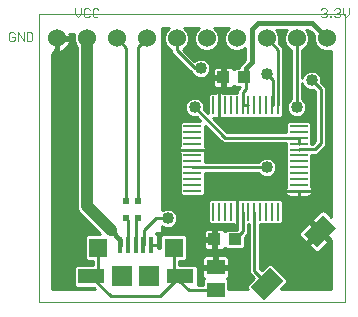
<source format=gtl>
G75*
%MOIN*%
%OFA0B0*%
%FSLAX25Y25*%
%IPPOS*%
%LPD*%
%AMOC8*
5,1,8,0,0,1.08239X$1,22.5*
%
%ADD10C,0.00000*%
%ADD11C,0.00300*%
%ADD12R,0.04331X0.03937*%
%ADD13R,0.01575X0.05315*%
%ADD14R,0.07087X0.07087*%
%ADD15R,0.09055X0.05118*%
%ADD16R,0.06299X0.06299*%
%ADD17R,0.05906X0.05118*%
%ADD18R,0.09055X0.06299*%
%ADD19R,0.01969X0.01969*%
%ADD20R,0.05906X0.00800*%
%ADD21R,0.00800X0.05906*%
%ADD22C,0.06000*%
%ADD23C,0.01000*%
%ADD24C,0.01600*%
%ADD25C,0.04000*%
%ADD26C,0.04000*%
D10*
X0032500Y0026500D02*
X0032500Y0122500D01*
X0134500Y0122500D01*
X0134500Y0026500D01*
X0032500Y0026500D01*
D11*
X0029994Y0113650D02*
X0028543Y0113650D01*
X0028543Y0116552D01*
X0029994Y0116552D01*
X0030478Y0116069D01*
X0030478Y0114134D01*
X0029994Y0113650D01*
X0027531Y0113650D02*
X0027531Y0116552D01*
X0025597Y0116552D02*
X0025597Y0113650D01*
X0024585Y0114134D02*
X0024585Y0115101D01*
X0023617Y0115101D01*
X0022650Y0114134D02*
X0023134Y0113650D01*
X0024101Y0113650D01*
X0024585Y0114134D01*
X0024585Y0116069D02*
X0024101Y0116552D01*
X0023134Y0116552D01*
X0022650Y0116069D01*
X0022650Y0114134D01*
X0025597Y0116552D02*
X0027531Y0113650D01*
X0044650Y0122617D02*
X0045617Y0121650D01*
X0046585Y0122617D01*
X0046585Y0124552D01*
X0047597Y0124069D02*
X0047597Y0122134D01*
X0048080Y0121650D01*
X0049048Y0121650D01*
X0049531Y0122134D01*
X0050543Y0122134D02*
X0050543Y0124069D01*
X0051027Y0124552D01*
X0051994Y0124552D01*
X0052478Y0124069D01*
X0052478Y0122134D02*
X0051994Y0121650D01*
X0051027Y0121650D01*
X0050543Y0122134D01*
X0049531Y0124069D02*
X0049048Y0124552D01*
X0048080Y0124552D01*
X0047597Y0124069D01*
X0044650Y0124552D02*
X0044650Y0122617D01*
X0126650Y0122134D02*
X0127134Y0121650D01*
X0128101Y0121650D01*
X0128585Y0122134D01*
X0128585Y0122617D01*
X0128101Y0123101D01*
X0127617Y0123101D01*
X0128101Y0123101D02*
X0128585Y0123585D01*
X0128585Y0124069D01*
X0128101Y0124552D01*
X0127134Y0124552D01*
X0126650Y0124069D01*
X0129597Y0122134D02*
X0130080Y0122134D01*
X0130080Y0121650D01*
X0129597Y0121650D01*
X0129597Y0122134D01*
X0131070Y0122134D02*
X0131554Y0121650D01*
X0132521Y0121650D01*
X0133005Y0122134D01*
X0133005Y0122617D01*
X0132521Y0123101D01*
X0132037Y0123101D01*
X0132521Y0123101D02*
X0133005Y0123585D01*
X0133005Y0124069D01*
X0132521Y0124552D01*
X0131554Y0124552D01*
X0131070Y0124069D01*
X0134016Y0124552D02*
X0134016Y0122617D01*
X0134984Y0121650D01*
X0135951Y0122617D01*
X0135951Y0124552D01*
D12*
X0100846Y0101500D03*
X0094154Y0101500D03*
X0091154Y0047500D03*
X0097846Y0047500D03*
D13*
X0070018Y0045642D03*
X0067459Y0045642D03*
X0064900Y0045642D03*
X0062341Y0045642D03*
X0059782Y0045642D03*
D14*
X0060372Y0035209D03*
X0069428Y0035209D03*
D15*
X0079664Y0035209D03*
X0050136Y0035209D03*
D16*
X0052302Y0044795D03*
X0077498Y0044795D03*
D17*
X0091500Y0038240D03*
X0091500Y0030760D03*
D18*
G36*
X0114158Y0033705D02*
X0107757Y0027304D01*
X0103304Y0031757D01*
X0109705Y0038158D01*
X0114158Y0033705D01*
G37*
G36*
X0131696Y0051243D02*
X0125295Y0044842D01*
X0120842Y0049295D01*
X0127243Y0055696D01*
X0131696Y0051243D01*
G37*
D19*
X0065669Y0054744D03*
X0061731Y0054744D03*
X0061731Y0060256D03*
X0065669Y0060256D03*
D20*
X0083783Y0063673D03*
X0083783Y0065642D03*
X0083783Y0067610D03*
X0083783Y0069579D03*
X0083783Y0071547D03*
X0083783Y0073516D03*
X0083783Y0075484D03*
X0083783Y0077453D03*
X0083783Y0079421D03*
X0083783Y0081390D03*
X0083783Y0083358D03*
X0083783Y0085327D03*
X0119217Y0085327D03*
X0119217Y0083358D03*
X0119217Y0081390D03*
X0119217Y0079421D03*
X0119217Y0077453D03*
X0119217Y0075484D03*
X0119217Y0073516D03*
X0119217Y0071547D03*
X0119217Y0069579D03*
X0119217Y0067610D03*
X0119217Y0065642D03*
X0119217Y0063673D03*
D21*
X0112327Y0056783D03*
X0110358Y0056783D03*
X0108390Y0056783D03*
X0106421Y0056783D03*
X0104453Y0056783D03*
X0102484Y0056783D03*
X0100516Y0056783D03*
X0098547Y0056783D03*
X0096579Y0056783D03*
X0094610Y0056783D03*
X0092642Y0056783D03*
X0090673Y0056783D03*
X0090673Y0092217D03*
X0092642Y0092217D03*
X0094610Y0092217D03*
X0096579Y0092217D03*
X0098547Y0092217D03*
X0100516Y0092217D03*
X0102484Y0092217D03*
X0104453Y0092217D03*
X0106421Y0092217D03*
X0108390Y0092217D03*
X0110358Y0092217D03*
X0112327Y0092217D03*
D22*
X0108500Y0114500D03*
X0118500Y0114500D03*
X0128500Y0114500D03*
X0098500Y0114500D03*
X0088500Y0114500D03*
X0078500Y0114500D03*
X0068500Y0114500D03*
X0058500Y0114500D03*
X0048500Y0114500D03*
X0038500Y0114500D03*
D23*
X0038500Y0101500D01*
X0042500Y0097500D01*
X0045200Y0097394D02*
X0037000Y0097394D01*
X0037000Y0096396D02*
X0045200Y0096396D01*
X0045200Y0095397D02*
X0037000Y0095397D01*
X0037000Y0094399D02*
X0045200Y0094399D01*
X0045200Y0093400D02*
X0037000Y0093400D01*
X0037000Y0092402D02*
X0045200Y0092402D01*
X0045200Y0091403D02*
X0037000Y0091403D01*
X0037000Y0090405D02*
X0045200Y0090405D01*
X0045200Y0089406D02*
X0037000Y0089406D01*
X0037000Y0088408D02*
X0045200Y0088408D01*
X0045200Y0087409D02*
X0037000Y0087409D01*
X0037000Y0086411D02*
X0045200Y0086411D01*
X0045200Y0085412D02*
X0037000Y0085412D01*
X0037000Y0084414D02*
X0045200Y0084414D01*
X0045200Y0083415D02*
X0037000Y0083415D01*
X0037000Y0082417D02*
X0045200Y0082417D01*
X0045200Y0081418D02*
X0037000Y0081418D01*
X0037000Y0080420D02*
X0045200Y0080420D01*
X0045200Y0079421D02*
X0037000Y0079421D01*
X0037000Y0078423D02*
X0045200Y0078423D01*
X0045200Y0077424D02*
X0037000Y0077424D01*
X0037000Y0076426D02*
X0045200Y0076426D01*
X0045200Y0075427D02*
X0037000Y0075427D01*
X0037000Y0074429D02*
X0045200Y0074429D01*
X0045200Y0073430D02*
X0037000Y0073430D01*
X0037000Y0072432D02*
X0045200Y0072432D01*
X0045200Y0071433D02*
X0037000Y0071433D01*
X0037000Y0070434D02*
X0045200Y0070434D01*
X0045200Y0069436D02*
X0037000Y0069436D01*
X0037000Y0068437D02*
X0045200Y0068437D01*
X0045200Y0067439D02*
X0037000Y0067439D01*
X0037000Y0066440D02*
X0045200Y0066440D01*
X0045200Y0065442D02*
X0037000Y0065442D01*
X0037000Y0064443D02*
X0045200Y0064443D01*
X0045200Y0063445D02*
X0037000Y0063445D01*
X0037000Y0062446D02*
X0045200Y0062446D01*
X0045200Y0061448D02*
X0037000Y0061448D01*
X0037000Y0060449D02*
X0045200Y0060449D01*
X0045200Y0059451D02*
X0037000Y0059451D01*
X0037000Y0058452D02*
X0045200Y0058452D01*
X0045200Y0057844D02*
X0045702Y0056631D01*
X0053088Y0049245D01*
X0048613Y0049245D01*
X0047852Y0048483D01*
X0047852Y0041107D01*
X0048613Y0040346D01*
X0050502Y0040346D01*
X0050502Y0039068D01*
X0045070Y0039068D01*
X0044309Y0038306D01*
X0044309Y0032111D01*
X0045070Y0031350D01*
X0051105Y0031350D01*
X0051454Y0031000D01*
X0037000Y0031000D01*
X0037000Y0109241D01*
X0037135Y0109376D01*
X0037365Y0109645D01*
X0037572Y0109931D01*
X0037661Y0110077D01*
X0038000Y0110023D01*
X0038000Y0110747D01*
X0038053Y0110875D01*
X0038162Y0111211D01*
X0038245Y0111555D01*
X0038300Y0111904D01*
X0038328Y0112257D01*
X0038328Y0114000D01*
X0039000Y0114000D01*
X0039000Y0115000D01*
X0042977Y0115000D01*
X0042889Y0115554D01*
X0042749Y0115986D01*
X0042904Y0115961D01*
X0043257Y0115933D01*
X0044439Y0115933D01*
X0044200Y0115355D01*
X0044200Y0113645D01*
X0044855Y0112064D01*
X0045200Y0111719D01*
X0045200Y0057844D01*
X0045361Y0057454D02*
X0037000Y0057454D01*
X0037000Y0056455D02*
X0045878Y0056455D01*
X0046876Y0055457D02*
X0037000Y0055457D01*
X0037000Y0054458D02*
X0047875Y0054458D01*
X0048873Y0053460D02*
X0037000Y0053460D01*
X0037000Y0052461D02*
X0049872Y0052461D01*
X0050870Y0051463D02*
X0037000Y0051463D01*
X0037000Y0050464D02*
X0051869Y0050464D01*
X0052867Y0049466D02*
X0037000Y0049466D01*
X0037000Y0048467D02*
X0047852Y0048467D01*
X0047852Y0047469D02*
X0037000Y0047469D01*
X0037000Y0046470D02*
X0047852Y0046470D01*
X0047852Y0045472D02*
X0037000Y0045472D01*
X0037000Y0044473D02*
X0047852Y0044473D01*
X0047852Y0043475D02*
X0037000Y0043475D01*
X0037000Y0042476D02*
X0047852Y0042476D01*
X0047852Y0041478D02*
X0037000Y0041478D01*
X0037000Y0040479D02*
X0048480Y0040479D01*
X0050502Y0039481D02*
X0037000Y0039481D01*
X0037000Y0038482D02*
X0044485Y0038482D01*
X0044309Y0037484D02*
X0037000Y0037484D01*
X0037000Y0036485D02*
X0044309Y0036485D01*
X0044309Y0035487D02*
X0037000Y0035487D01*
X0037000Y0034488D02*
X0044309Y0034488D01*
X0044309Y0033490D02*
X0037000Y0033490D01*
X0037000Y0032491D02*
X0044309Y0032491D01*
X0044927Y0031493D02*
X0037000Y0031493D01*
X0050136Y0034864D02*
X0056500Y0028500D01*
X0072955Y0028500D01*
X0079664Y0035209D01*
X0077498Y0037374D01*
X0077498Y0044795D01*
X0073049Y0044500D02*
X0073049Y0048483D01*
X0073810Y0049245D01*
X0081187Y0049245D01*
X0081948Y0048483D01*
X0081948Y0041107D01*
X0081187Y0040346D01*
X0079298Y0040346D01*
X0079298Y0039068D01*
X0084730Y0039068D01*
X0085491Y0038306D01*
X0085491Y0032300D01*
X0087247Y0032300D01*
X0087247Y0033857D01*
X0087781Y0034391D01*
X0087626Y0034481D01*
X0087347Y0034760D01*
X0087149Y0035102D01*
X0087047Y0035484D01*
X0087047Y0037740D01*
X0091000Y0037740D01*
X0091000Y0038740D01*
X0087047Y0038740D01*
X0087047Y0040997D01*
X0087149Y0041378D01*
X0087347Y0041720D01*
X0087626Y0041999D01*
X0087968Y0042197D01*
X0088350Y0042299D01*
X0091000Y0042299D01*
X0091000Y0038740D01*
X0092000Y0038740D01*
X0095953Y0038740D01*
X0095953Y0040997D01*
X0095851Y0041378D01*
X0095653Y0041720D01*
X0095374Y0041999D01*
X0095032Y0042197D01*
X0094650Y0042299D01*
X0092000Y0042299D01*
X0092000Y0038740D01*
X0092000Y0037740D01*
X0095953Y0037740D01*
X0095953Y0035484D01*
X0095851Y0035102D01*
X0095653Y0034760D01*
X0095374Y0034481D01*
X0095219Y0034391D01*
X0095753Y0033857D01*
X0095753Y0031000D01*
X0102220Y0031000D01*
X0102002Y0031218D01*
X0102002Y0032295D01*
X0104312Y0034604D01*
X0102653Y0036263D01*
X0102653Y0052531D01*
X0102316Y0052531D01*
X0102316Y0049424D01*
X0101312Y0048420D01*
X0101312Y0044993D01*
X0100550Y0044231D01*
X0095143Y0044231D01*
X0094609Y0044765D01*
X0094519Y0044610D01*
X0094240Y0044331D01*
X0093898Y0044134D01*
X0093516Y0044031D01*
X0091638Y0044031D01*
X0091638Y0047016D01*
X0090669Y0047016D01*
X0087488Y0047016D01*
X0087488Y0045334D01*
X0087590Y0044953D01*
X0087788Y0044610D01*
X0088067Y0044331D01*
X0088409Y0044134D01*
X0088791Y0044031D01*
X0090669Y0044031D01*
X0090669Y0047016D01*
X0090669Y0047984D01*
X0087488Y0047984D01*
X0087488Y0049666D01*
X0087590Y0050047D01*
X0087788Y0050390D01*
X0088067Y0050669D01*
X0088409Y0050866D01*
X0088791Y0050968D01*
X0090669Y0050968D01*
X0090669Y0047984D01*
X0091638Y0047984D01*
X0091638Y0050968D01*
X0093516Y0050968D01*
X0093898Y0050866D01*
X0094240Y0050669D01*
X0094519Y0050390D01*
X0094609Y0050235D01*
X0095143Y0050768D01*
X0098569Y0050768D01*
X0098716Y0050915D01*
X0098716Y0052331D01*
X0098547Y0052331D01*
X0098547Y0056783D01*
X0098547Y0056783D01*
X0098547Y0052331D01*
X0097950Y0052331D01*
X0097568Y0052433D01*
X0097399Y0052531D01*
X0095640Y0052531D01*
X0095594Y0052576D01*
X0095549Y0052531D01*
X0093672Y0052531D01*
X0093626Y0052576D01*
X0093580Y0052531D01*
X0091703Y0052531D01*
X0091657Y0052576D01*
X0091612Y0052531D01*
X0089735Y0052531D01*
X0088973Y0053292D01*
X0088973Y0060275D01*
X0089735Y0061036D01*
X0091612Y0061036D01*
X0091657Y0060990D01*
X0091703Y0061036D01*
X0093580Y0061036D01*
X0093626Y0060990D01*
X0093672Y0061036D01*
X0095549Y0061036D01*
X0095594Y0060990D01*
X0095640Y0061036D01*
X0097399Y0061036D01*
X0097568Y0061134D01*
X0097950Y0061236D01*
X0098547Y0061236D01*
X0098547Y0056784D01*
X0098547Y0056784D01*
X0098547Y0061236D01*
X0099145Y0061236D01*
X0099526Y0061134D01*
X0099696Y0061036D01*
X0101454Y0061036D01*
X0101500Y0060990D01*
X0101546Y0061036D01*
X0103423Y0061036D01*
X0103468Y0060990D01*
X0103514Y0061036D01*
X0105391Y0061036D01*
X0105437Y0060990D01*
X0105483Y0061036D01*
X0107360Y0061036D01*
X0107405Y0060990D01*
X0107451Y0061036D01*
X0109328Y0061036D01*
X0109374Y0060990D01*
X0109420Y0061036D01*
X0111297Y0061036D01*
X0111343Y0060990D01*
X0111388Y0061036D01*
X0113265Y0061036D01*
X0114027Y0060275D01*
X0114027Y0053292D01*
X0113265Y0052531D01*
X0111388Y0052531D01*
X0111343Y0052576D01*
X0111297Y0052531D01*
X0109420Y0052531D01*
X0109374Y0052576D01*
X0109328Y0052531D01*
X0107451Y0052531D01*
X0107405Y0052576D01*
X0107360Y0052531D01*
X0106253Y0052531D01*
X0106253Y0037754D01*
X0106857Y0037150D01*
X0109167Y0039459D01*
X0110244Y0039459D01*
X0115459Y0034244D01*
X0115459Y0033167D01*
X0113293Y0031000D01*
X0130000Y0031000D01*
X0130000Y0047424D01*
X0129911Y0047335D01*
X0126976Y0050269D01*
X0126269Y0049562D01*
X0122361Y0045654D01*
X0124374Y0043640D01*
X0124716Y0043443D01*
X0125097Y0043341D01*
X0125492Y0043341D01*
X0125874Y0043443D01*
X0126216Y0043640D01*
X0129203Y0046628D01*
X0126269Y0049562D01*
X0125562Y0050269D01*
X0121654Y0046361D01*
X0119640Y0048374D01*
X0119443Y0048716D01*
X0119341Y0049097D01*
X0119341Y0049492D01*
X0119443Y0049874D01*
X0119640Y0050216D01*
X0122628Y0053203D01*
X0125562Y0050269D01*
X0126269Y0050976D01*
X0123335Y0053911D01*
X0126323Y0056898D01*
X0126665Y0057096D01*
X0127046Y0057198D01*
X0127441Y0057198D01*
X0127823Y0057096D01*
X0128165Y0056898D01*
X0130000Y0055063D01*
X0130000Y0110467D01*
X0129355Y0110200D01*
X0127645Y0110200D01*
X0126064Y0110855D01*
X0124855Y0112064D01*
X0124200Y0113645D01*
X0124200Y0115355D01*
X0124339Y0115691D01*
X0123785Y0116245D01*
X0123548Y0116344D01*
X0123233Y0116504D01*
X0122931Y0116689D01*
X0122645Y0116897D01*
X0122376Y0117126D01*
X0122126Y0117376D01*
X0122106Y0117400D01*
X0121681Y0117400D01*
X0122145Y0116936D01*
X0122800Y0115355D01*
X0122800Y0113645D01*
X0122145Y0112064D01*
X0120936Y0110855D01*
X0120300Y0110591D01*
X0120300Y0101398D01*
X0120702Y0102369D01*
X0121631Y0103298D01*
X0122844Y0103800D01*
X0124156Y0103800D01*
X0125369Y0103298D01*
X0126298Y0102369D01*
X0126800Y0101156D01*
X0126800Y0099844D01*
X0126771Y0099774D01*
X0128300Y0098246D01*
X0128300Y0078754D01*
X0127246Y0077700D01*
X0125246Y0075700D01*
X0123469Y0075700D01*
X0123469Y0074546D01*
X0123423Y0074500D01*
X0123469Y0074454D01*
X0123469Y0072577D01*
X0123423Y0072531D01*
X0123469Y0072486D01*
X0123469Y0070609D01*
X0123423Y0070563D01*
X0123469Y0070517D01*
X0123469Y0068640D01*
X0123423Y0068594D01*
X0123469Y0068549D01*
X0123469Y0066672D01*
X0123423Y0066626D01*
X0123469Y0066580D01*
X0123469Y0064822D01*
X0123567Y0064652D01*
X0123669Y0064271D01*
X0123669Y0063673D01*
X0119217Y0063673D01*
X0119217Y0063673D01*
X0119217Y0061773D01*
X0122367Y0061773D01*
X0122748Y0061875D01*
X0123090Y0062073D01*
X0123370Y0062352D01*
X0123567Y0062694D01*
X0123669Y0063076D01*
X0123669Y0063673D01*
X0119217Y0063673D01*
X0119216Y0063673D01*
X0114764Y0063673D01*
X0114764Y0063076D01*
X0114866Y0062694D01*
X0115063Y0062352D01*
X0115343Y0062073D01*
X0115685Y0061875D01*
X0116066Y0061773D01*
X0119216Y0061773D01*
X0119216Y0063673D01*
X0119216Y0063673D01*
X0114764Y0063673D01*
X0114764Y0064271D01*
X0114866Y0064652D01*
X0114964Y0064822D01*
X0114964Y0066580D01*
X0115010Y0066626D01*
X0114964Y0066672D01*
X0114964Y0068549D01*
X0115010Y0068594D01*
X0114964Y0068640D01*
X0114964Y0070517D01*
X0115010Y0070563D01*
X0114964Y0070609D01*
X0114964Y0072486D01*
X0115010Y0072531D01*
X0114964Y0072577D01*
X0114964Y0074454D01*
X0115010Y0074500D01*
X0114964Y0074546D01*
X0114964Y0076423D01*
X0115010Y0076468D01*
X0114964Y0076514D01*
X0114964Y0078391D01*
X0115010Y0078437D01*
X0114964Y0078483D01*
X0114964Y0079590D01*
X0093865Y0079590D01*
X0088036Y0085418D01*
X0088036Y0084388D01*
X0087990Y0084343D01*
X0088036Y0084297D01*
X0088036Y0082420D01*
X0087990Y0082374D01*
X0088036Y0082328D01*
X0088036Y0080451D01*
X0087990Y0080405D01*
X0088036Y0080360D01*
X0088036Y0078601D01*
X0088134Y0078432D01*
X0088236Y0078050D01*
X0088236Y0077453D01*
X0083784Y0077453D01*
X0083784Y0077453D01*
X0088236Y0077453D01*
X0088236Y0076855D01*
X0088134Y0076474D01*
X0088036Y0076304D01*
X0088036Y0074546D01*
X0087990Y0074500D01*
X0088036Y0074454D01*
X0088036Y0073347D01*
X0105693Y0073347D01*
X0105702Y0073369D01*
X0106631Y0074298D01*
X0107844Y0074800D01*
X0109156Y0074800D01*
X0110369Y0074298D01*
X0111298Y0073369D01*
X0111800Y0072156D01*
X0111800Y0070844D01*
X0111298Y0069631D01*
X0110369Y0068702D01*
X0109156Y0068200D01*
X0107844Y0068200D01*
X0106631Y0068702D01*
X0105702Y0069631D01*
X0105654Y0069747D01*
X0088036Y0069747D01*
X0088036Y0068640D01*
X0087990Y0068594D01*
X0088036Y0068549D01*
X0088036Y0066672D01*
X0087990Y0066626D01*
X0088036Y0066580D01*
X0088036Y0064703D01*
X0087990Y0064657D01*
X0088036Y0064612D01*
X0088036Y0062735D01*
X0087275Y0061973D01*
X0080292Y0061973D01*
X0079531Y0062735D01*
X0079531Y0064612D01*
X0079576Y0064657D01*
X0079531Y0064703D01*
X0079531Y0066580D01*
X0079576Y0066626D01*
X0079531Y0066672D01*
X0079531Y0068549D01*
X0079576Y0068594D01*
X0079531Y0068640D01*
X0079531Y0070517D01*
X0079576Y0070563D01*
X0079531Y0070609D01*
X0079531Y0072486D01*
X0079576Y0072531D01*
X0079531Y0072577D01*
X0079531Y0074454D01*
X0079576Y0074500D01*
X0079531Y0074546D01*
X0079531Y0076304D01*
X0079433Y0076474D01*
X0079331Y0076855D01*
X0079331Y0077453D01*
X0083783Y0077453D01*
X0083783Y0077453D01*
X0079331Y0077453D01*
X0079331Y0078050D01*
X0079433Y0078432D01*
X0079531Y0078601D01*
X0079531Y0080360D01*
X0079576Y0080405D01*
X0079531Y0080451D01*
X0079531Y0082328D01*
X0079576Y0082374D01*
X0079531Y0082420D01*
X0079531Y0084297D01*
X0079576Y0084343D01*
X0079531Y0084388D01*
X0079531Y0086265D01*
X0080292Y0087027D01*
X0086428Y0087027D01*
X0085226Y0088229D01*
X0085156Y0088200D01*
X0083844Y0088200D01*
X0082631Y0088702D01*
X0081702Y0089631D01*
X0081200Y0090844D01*
X0081200Y0092156D01*
X0081702Y0093369D01*
X0082631Y0094298D01*
X0083844Y0094800D01*
X0085156Y0094800D01*
X0086369Y0094298D01*
X0087298Y0093369D01*
X0087800Y0092156D01*
X0087800Y0090844D01*
X0087771Y0090774D01*
X0088973Y0089572D01*
X0088973Y0095708D01*
X0089735Y0096469D01*
X0091493Y0096469D01*
X0091663Y0096567D01*
X0092044Y0096669D01*
X0092642Y0096669D01*
X0092642Y0092217D01*
X0092642Y0092217D01*
X0092642Y0096669D01*
X0093239Y0096669D01*
X0093621Y0096567D01*
X0093790Y0096469D01*
X0095549Y0096469D01*
X0095594Y0096423D01*
X0095640Y0096469D01*
X0097517Y0096469D01*
X0097563Y0096423D01*
X0097609Y0096469D01*
X0098716Y0096469D01*
X0098716Y0097261D01*
X0099686Y0098231D01*
X0098143Y0098231D01*
X0097609Y0098765D01*
X0097519Y0098610D01*
X0097240Y0098331D01*
X0096898Y0098134D01*
X0096516Y0098031D01*
X0094638Y0098031D01*
X0094638Y0101016D01*
X0093669Y0101016D01*
X0090488Y0101016D01*
X0090488Y0099334D01*
X0090590Y0098953D01*
X0090788Y0098610D01*
X0091067Y0098331D01*
X0091409Y0098134D01*
X0091791Y0098031D01*
X0093669Y0098031D01*
X0093669Y0101016D01*
X0093669Y0101984D01*
X0090488Y0101984D01*
X0090488Y0103666D01*
X0090590Y0104047D01*
X0090788Y0104390D01*
X0091067Y0104669D01*
X0091409Y0104866D01*
X0091791Y0104968D01*
X0093669Y0104968D01*
X0093669Y0101984D01*
X0094638Y0101984D01*
X0094638Y0104968D01*
X0096516Y0104968D01*
X0096898Y0104866D01*
X0097240Y0104669D01*
X0097519Y0104390D01*
X0097609Y0104235D01*
X0098143Y0104768D01*
X0099400Y0104768D01*
X0099400Y0105370D01*
X0101400Y0107370D01*
X0101400Y0111319D01*
X0100936Y0110855D01*
X0099355Y0110200D01*
X0097645Y0110200D01*
X0096064Y0110855D01*
X0094855Y0112064D01*
X0094200Y0113645D01*
X0094200Y0115355D01*
X0094855Y0116936D01*
X0095919Y0118000D01*
X0091081Y0118000D01*
X0092145Y0116936D01*
X0092800Y0115355D01*
X0092800Y0113645D01*
X0092145Y0112064D01*
X0090936Y0110855D01*
X0089355Y0110200D01*
X0087645Y0110200D01*
X0086064Y0110855D01*
X0084855Y0112064D01*
X0084200Y0113645D01*
X0084200Y0115355D01*
X0084855Y0116936D01*
X0085919Y0118000D01*
X0081081Y0118000D01*
X0082145Y0116936D01*
X0082800Y0115355D01*
X0082800Y0113645D01*
X0082145Y0112064D01*
X0080936Y0110855D01*
X0080763Y0110783D01*
X0084439Y0107106D01*
X0084631Y0107298D01*
X0085844Y0107800D01*
X0087156Y0107800D01*
X0088369Y0107298D01*
X0089298Y0106369D01*
X0089800Y0105156D01*
X0089800Y0103844D01*
X0089298Y0102631D01*
X0088369Y0101702D01*
X0087156Y0101200D01*
X0085844Y0101200D01*
X0084631Y0101702D01*
X0083702Y0102631D01*
X0083617Y0102838D01*
X0077754Y0108700D01*
X0076700Y0109754D01*
X0076700Y0110591D01*
X0076064Y0110855D01*
X0074855Y0112064D01*
X0074200Y0113645D01*
X0074200Y0115355D01*
X0074855Y0116936D01*
X0075919Y0118000D01*
X0073500Y0118000D01*
X0073500Y0057167D01*
X0073631Y0057298D01*
X0074844Y0057800D01*
X0076156Y0057800D01*
X0077369Y0057298D01*
X0078298Y0056369D01*
X0078800Y0055156D01*
X0078800Y0053844D01*
X0078298Y0052631D01*
X0077369Y0051702D01*
X0076156Y0051200D01*
X0074844Y0051200D01*
X0073631Y0051702D01*
X0073500Y0051833D01*
X0073500Y0050086D01*
X0072914Y0049500D01*
X0071726Y0049500D01*
X0071727Y0049499D01*
X0072006Y0049220D01*
X0072203Y0048878D01*
X0072305Y0048497D01*
X0072305Y0045642D01*
X0070018Y0045642D01*
X0070018Y0045642D01*
X0072305Y0045642D01*
X0072305Y0044500D01*
X0073049Y0044500D01*
X0073049Y0045472D02*
X0072305Y0045472D01*
X0072305Y0046470D02*
X0073049Y0046470D01*
X0073049Y0047469D02*
X0072305Y0047469D01*
X0072305Y0048467D02*
X0073049Y0048467D01*
X0071760Y0049466D02*
X0087488Y0049466D01*
X0087488Y0048467D02*
X0081948Y0048467D01*
X0081948Y0047469D02*
X0090669Y0047469D01*
X0090669Y0048467D02*
X0091638Y0048467D01*
X0091638Y0049466D02*
X0090669Y0049466D01*
X0090669Y0050464D02*
X0091638Y0050464D01*
X0094444Y0050464D02*
X0094838Y0050464D01*
X0097519Y0052461D02*
X0078128Y0052461D01*
X0078641Y0053460D02*
X0088973Y0053460D01*
X0088973Y0054458D02*
X0078800Y0054458D01*
X0078676Y0055457D02*
X0088973Y0055457D01*
X0088973Y0056455D02*
X0078212Y0056455D01*
X0076992Y0057454D02*
X0088973Y0057454D01*
X0088973Y0058452D02*
X0073500Y0058452D01*
X0073500Y0057454D02*
X0074008Y0057454D01*
X0073500Y0059451D02*
X0088973Y0059451D01*
X0089148Y0060449D02*
X0073500Y0060449D01*
X0073500Y0061448D02*
X0130000Y0061448D01*
X0130000Y0062446D02*
X0123424Y0062446D01*
X0123669Y0063445D02*
X0130000Y0063445D01*
X0130000Y0064443D02*
X0123623Y0064443D01*
X0123469Y0065442D02*
X0130000Y0065442D01*
X0130000Y0066440D02*
X0123469Y0066440D01*
X0123469Y0067439D02*
X0130000Y0067439D01*
X0130000Y0068437D02*
X0123469Y0068437D01*
X0123469Y0069436D02*
X0130000Y0069436D01*
X0130000Y0070434D02*
X0123469Y0070434D01*
X0123469Y0071433D02*
X0130000Y0071433D01*
X0130000Y0072432D02*
X0123469Y0072432D01*
X0123469Y0073430D02*
X0130000Y0073430D01*
X0130000Y0074429D02*
X0123469Y0074429D01*
X0123469Y0075427D02*
X0130000Y0075427D01*
X0130000Y0076426D02*
X0125971Y0076426D01*
X0126970Y0077424D02*
X0130000Y0077424D01*
X0130000Y0078423D02*
X0127968Y0078423D01*
X0128300Y0079421D02*
X0130000Y0079421D01*
X0130000Y0080420D02*
X0128300Y0080420D01*
X0128300Y0081418D02*
X0130000Y0081418D01*
X0130000Y0082417D02*
X0128300Y0082417D01*
X0128300Y0083415D02*
X0130000Y0083415D01*
X0130000Y0084414D02*
X0128300Y0084414D01*
X0128300Y0085412D02*
X0130000Y0085412D01*
X0130000Y0086411D02*
X0128300Y0086411D01*
X0128300Y0087409D02*
X0130000Y0087409D01*
X0130000Y0088408D02*
X0128300Y0088408D01*
X0128300Y0089406D02*
X0130000Y0089406D01*
X0130000Y0090405D02*
X0128300Y0090405D01*
X0128300Y0091403D02*
X0130000Y0091403D01*
X0130000Y0092402D02*
X0128300Y0092402D01*
X0128300Y0093400D02*
X0130000Y0093400D01*
X0130000Y0094399D02*
X0128300Y0094399D01*
X0128300Y0095397D02*
X0130000Y0095397D01*
X0130000Y0096396D02*
X0128300Y0096396D01*
X0128300Y0097394D02*
X0130000Y0097394D01*
X0130000Y0098393D02*
X0128153Y0098393D01*
X0127154Y0099391D02*
X0130000Y0099391D01*
X0130000Y0100390D02*
X0126800Y0100390D01*
X0126704Y0101388D02*
X0130000Y0101388D01*
X0130000Y0102387D02*
X0126280Y0102387D01*
X0125157Y0103385D02*
X0130000Y0103385D01*
X0130000Y0104384D02*
X0120300Y0104384D01*
X0120300Y0105382D02*
X0130000Y0105382D01*
X0130000Y0106381D02*
X0120300Y0106381D01*
X0120300Y0107379D02*
X0130000Y0107379D01*
X0130000Y0108378D02*
X0120300Y0108378D01*
X0120300Y0109376D02*
X0130000Y0109376D01*
X0130000Y0110375D02*
X0129778Y0110375D01*
X0127222Y0110375D02*
X0120300Y0110375D01*
X0121455Y0111373D02*
X0125545Y0111373D01*
X0124727Y0112372D02*
X0122273Y0112372D01*
X0122686Y0113370D02*
X0124314Y0113370D01*
X0124200Y0114369D02*
X0122800Y0114369D01*
X0122795Y0115368D02*
X0124205Y0115368D01*
X0123504Y0116366D02*
X0122381Y0116366D01*
X0122138Y0117365D02*
X0121717Y0117365D01*
X0118500Y0114500D02*
X0118500Y0091500D01*
X0121800Y0091403D02*
X0124700Y0091403D01*
X0124700Y0090405D02*
X0121618Y0090405D01*
X0121800Y0090844D02*
X0121800Y0092156D01*
X0121298Y0093369D01*
X0120369Y0094298D01*
X0120300Y0094326D01*
X0120300Y0099602D01*
X0120702Y0098631D01*
X0121631Y0097702D01*
X0122844Y0097200D01*
X0124156Y0097200D01*
X0124226Y0097229D01*
X0124700Y0096754D01*
X0124700Y0080246D01*
X0123754Y0079300D01*
X0123469Y0079300D01*
X0123469Y0080360D01*
X0123423Y0080405D01*
X0123469Y0080451D01*
X0123469Y0082328D01*
X0123423Y0082374D01*
X0123469Y0082420D01*
X0123469Y0084297D01*
X0123423Y0084343D01*
X0123469Y0084388D01*
X0123469Y0086265D01*
X0122708Y0087027D01*
X0115725Y0087027D01*
X0114964Y0086265D01*
X0114964Y0084388D01*
X0115010Y0084343D01*
X0114964Y0084297D01*
X0114964Y0083190D01*
X0095356Y0083190D01*
X0090582Y0087964D01*
X0091493Y0087964D01*
X0091663Y0087866D01*
X0092044Y0087764D01*
X0092642Y0087764D01*
X0093239Y0087764D01*
X0093621Y0087866D01*
X0093790Y0087964D01*
X0095549Y0087964D01*
X0095594Y0088010D01*
X0095640Y0087964D01*
X0097517Y0087964D01*
X0097563Y0088010D01*
X0097609Y0087964D01*
X0099486Y0087964D01*
X0099531Y0088010D01*
X0099577Y0087964D01*
X0101454Y0087964D01*
X0101500Y0088010D01*
X0101546Y0087964D01*
X0103423Y0087964D01*
X0103468Y0088010D01*
X0103514Y0087964D01*
X0105391Y0087964D01*
X0105437Y0088010D01*
X0105483Y0087964D01*
X0107360Y0087964D01*
X0107405Y0088010D01*
X0107451Y0087964D01*
X0109328Y0087964D01*
X0109374Y0088010D01*
X0109420Y0087964D01*
X0111297Y0087964D01*
X0111343Y0088010D01*
X0111388Y0087964D01*
X0113265Y0087964D01*
X0114027Y0088725D01*
X0114027Y0091371D01*
X0114127Y0091471D01*
X0114127Y0111419D01*
X0112537Y0113009D01*
X0112800Y0113645D01*
X0112800Y0115355D01*
X0112145Y0116936D01*
X0111681Y0117400D01*
X0115319Y0117400D01*
X0114855Y0116936D01*
X0114200Y0115355D01*
X0114200Y0113645D01*
X0114855Y0112064D01*
X0116064Y0110855D01*
X0116700Y0110591D01*
X0116700Y0094326D01*
X0116631Y0094298D01*
X0115702Y0093369D01*
X0115200Y0092156D01*
X0115200Y0090844D01*
X0115702Y0089631D01*
X0116631Y0088702D01*
X0117844Y0088200D01*
X0119156Y0088200D01*
X0120369Y0088702D01*
X0121298Y0089631D01*
X0121800Y0090844D01*
X0121698Y0092402D02*
X0124700Y0092402D01*
X0124700Y0093400D02*
X0121267Y0093400D01*
X0120300Y0094399D02*
X0124700Y0094399D01*
X0124700Y0095397D02*
X0120300Y0095397D01*
X0120300Y0096396D02*
X0124700Y0096396D01*
X0126500Y0097500D02*
X0123500Y0100500D01*
X0120940Y0098393D02*
X0120300Y0098393D01*
X0120300Y0099391D02*
X0120387Y0099391D01*
X0120300Y0097394D02*
X0122374Y0097394D01*
X0126500Y0097500D02*
X0126500Y0079500D01*
X0124500Y0077500D01*
X0119264Y0077500D01*
X0119217Y0077453D01*
X0119217Y0079421D02*
X0119217Y0081390D01*
X0094610Y0081390D01*
X0084500Y0091500D01*
X0087800Y0091403D02*
X0088973Y0091403D01*
X0088973Y0090405D02*
X0088141Y0090405D01*
X0087698Y0092402D02*
X0088973Y0092402D01*
X0088973Y0093400D02*
X0087267Y0093400D01*
X0086125Y0094399D02*
X0088973Y0094399D01*
X0088973Y0095397D02*
X0073500Y0095397D01*
X0073500Y0094399D02*
X0082875Y0094399D01*
X0081733Y0093400D02*
X0073500Y0093400D01*
X0073500Y0092402D02*
X0081302Y0092402D01*
X0081200Y0091403D02*
X0073500Y0091403D01*
X0073500Y0090405D02*
X0081382Y0090405D01*
X0081927Y0089406D02*
X0073500Y0089406D01*
X0073500Y0088408D02*
X0083342Y0088408D01*
X0086045Y0087409D02*
X0073500Y0087409D01*
X0073500Y0086411D02*
X0079676Y0086411D01*
X0079531Y0085412D02*
X0073500Y0085412D01*
X0073500Y0084414D02*
X0079531Y0084414D01*
X0079531Y0083415D02*
X0073500Y0083415D01*
X0073500Y0082417D02*
X0079534Y0082417D01*
X0079531Y0081418D02*
X0073500Y0081418D01*
X0073500Y0080420D02*
X0079562Y0080420D01*
X0079531Y0079421D02*
X0073500Y0079421D01*
X0073500Y0078423D02*
X0079430Y0078423D01*
X0079331Y0077424D02*
X0073500Y0077424D01*
X0073500Y0076426D02*
X0079461Y0076426D01*
X0079531Y0075427D02*
X0073500Y0075427D01*
X0073500Y0074429D02*
X0079531Y0074429D01*
X0079531Y0073430D02*
X0073500Y0073430D01*
X0073500Y0072432D02*
X0079531Y0072432D01*
X0079531Y0071433D02*
X0073500Y0071433D01*
X0073500Y0070434D02*
X0079531Y0070434D01*
X0079531Y0069436D02*
X0073500Y0069436D01*
X0073500Y0068437D02*
X0079531Y0068437D01*
X0079531Y0067439D02*
X0073500Y0067439D01*
X0073500Y0066440D02*
X0079531Y0066440D01*
X0079531Y0065442D02*
X0073500Y0065442D01*
X0073500Y0064443D02*
X0079531Y0064443D01*
X0079531Y0063445D02*
X0073500Y0063445D01*
X0073500Y0062446D02*
X0079819Y0062446D01*
X0087748Y0062446D02*
X0115009Y0062446D01*
X0114764Y0063445D02*
X0088036Y0063445D01*
X0088036Y0064443D02*
X0114810Y0064443D01*
X0114964Y0065442D02*
X0088036Y0065442D01*
X0088036Y0066440D02*
X0114964Y0066440D01*
X0114964Y0067439D02*
X0088036Y0067439D01*
X0088036Y0068437D02*
X0107270Y0068437D01*
X0105897Y0069436D02*
X0088036Y0069436D01*
X0088036Y0073430D02*
X0105763Y0073430D01*
X0106947Y0074429D02*
X0088036Y0074429D01*
X0088036Y0075427D02*
X0114964Y0075427D01*
X0114964Y0074429D02*
X0110053Y0074429D01*
X0111237Y0073430D02*
X0114964Y0073430D01*
X0114964Y0072432D02*
X0111686Y0072432D01*
X0111800Y0071433D02*
X0114964Y0071433D01*
X0114964Y0070434D02*
X0111631Y0070434D01*
X0111103Y0069436D02*
X0114964Y0069436D01*
X0114964Y0068437D02*
X0109730Y0068437D01*
X0108500Y0071500D02*
X0108453Y0071547D01*
X0083783Y0071547D01*
X0088106Y0076426D02*
X0114967Y0076426D01*
X0114964Y0077424D02*
X0088236Y0077424D01*
X0088136Y0078423D02*
X0114995Y0078423D01*
X0114964Y0079421D02*
X0088036Y0079421D01*
X0088005Y0080420D02*
X0093035Y0080420D01*
X0092036Y0081418D02*
X0088036Y0081418D01*
X0088033Y0082417D02*
X0091038Y0082417D01*
X0090039Y0083415D02*
X0088036Y0083415D01*
X0088036Y0084414D02*
X0089041Y0084414D01*
X0088042Y0085412D02*
X0088036Y0085412D01*
X0091136Y0087409D02*
X0124700Y0087409D01*
X0124700Y0086411D02*
X0123324Y0086411D01*
X0123469Y0085412D02*
X0124700Y0085412D01*
X0124700Y0084414D02*
X0123469Y0084414D01*
X0123469Y0083415D02*
X0124700Y0083415D01*
X0124700Y0082417D02*
X0123466Y0082417D01*
X0123469Y0081418D02*
X0124700Y0081418D01*
X0124700Y0080420D02*
X0123438Y0080420D01*
X0123469Y0079421D02*
X0123876Y0079421D01*
X0114964Y0083415D02*
X0095130Y0083415D01*
X0094132Y0084414D02*
X0114964Y0084414D01*
X0114964Y0085412D02*
X0093133Y0085412D01*
X0092135Y0086411D02*
X0115109Y0086411D01*
X0113709Y0088408D02*
X0117342Y0088408D01*
X0115927Y0089406D02*
X0114027Y0089406D01*
X0114027Y0090405D02*
X0115382Y0090405D01*
X0115200Y0091403D02*
X0114059Y0091403D01*
X0114127Y0092402D02*
X0115302Y0092402D01*
X0115733Y0093400D02*
X0114127Y0093400D01*
X0114127Y0094399D02*
X0116700Y0094399D01*
X0116700Y0095397D02*
X0114127Y0095397D01*
X0114127Y0096396D02*
X0116700Y0096396D01*
X0116700Y0097394D02*
X0114127Y0097394D01*
X0114127Y0098393D02*
X0116700Y0098393D01*
X0116700Y0099391D02*
X0114127Y0099391D01*
X0114127Y0100390D02*
X0116700Y0100390D01*
X0116700Y0101388D02*
X0114127Y0101388D01*
X0114127Y0102387D02*
X0116700Y0102387D01*
X0116700Y0103385D02*
X0114127Y0103385D01*
X0114127Y0104384D02*
X0116700Y0104384D01*
X0116700Y0105382D02*
X0114127Y0105382D01*
X0114127Y0106381D02*
X0116700Y0106381D01*
X0116700Y0107379D02*
X0114127Y0107379D01*
X0114127Y0108378D02*
X0116700Y0108378D01*
X0116700Y0109376D02*
X0114127Y0109376D01*
X0114127Y0110375D02*
X0116700Y0110375D01*
X0115545Y0111373D02*
X0114127Y0111373D01*
X0114727Y0112372D02*
X0113174Y0112372D01*
X0112686Y0113370D02*
X0114314Y0113370D01*
X0114200Y0114369D02*
X0112800Y0114369D01*
X0112795Y0115368D02*
X0114205Y0115368D01*
X0114619Y0116366D02*
X0112381Y0116366D01*
X0111717Y0117365D02*
X0115283Y0117365D01*
X0112327Y0110673D02*
X0108500Y0114500D01*
X0112327Y0110673D02*
X0112327Y0092217D01*
X0110500Y0092358D02*
X0110500Y0100500D01*
X0108500Y0102500D01*
X0101500Y0100846D02*
X0101500Y0097500D01*
X0100516Y0096516D01*
X0100516Y0092217D01*
X0102484Y0092217D01*
X0098849Y0097394D02*
X0073500Y0097394D01*
X0073500Y0096396D02*
X0089661Y0096396D01*
X0091006Y0098393D02*
X0073500Y0098393D01*
X0073500Y0099391D02*
X0090488Y0099391D01*
X0090488Y0100390D02*
X0073500Y0100390D01*
X0073500Y0101388D02*
X0085389Y0101388D01*
X0083946Y0102387D02*
X0073500Y0102387D01*
X0073500Y0103385D02*
X0083069Y0103385D01*
X0082071Y0104384D02*
X0073500Y0104384D01*
X0073500Y0105382D02*
X0081072Y0105382D01*
X0080073Y0106381D02*
X0073500Y0106381D01*
X0073500Y0107379D02*
X0079075Y0107379D01*
X0078076Y0108378D02*
X0073500Y0108378D01*
X0073500Y0109376D02*
X0077078Y0109376D01*
X0076700Y0110375D02*
X0073500Y0110375D01*
X0073500Y0111373D02*
X0075545Y0111373D01*
X0074727Y0112372D02*
X0073500Y0112372D01*
X0073500Y0113370D02*
X0074314Y0113370D01*
X0074200Y0114369D02*
X0073500Y0114369D01*
X0073500Y0115368D02*
X0074205Y0115368D01*
X0074619Y0116366D02*
X0073500Y0116366D01*
X0073500Y0117365D02*
X0075283Y0117365D01*
X0078500Y0114500D02*
X0078500Y0110500D01*
X0084500Y0104500D01*
X0086500Y0104500D01*
X0089800Y0104384D02*
X0090785Y0104384D01*
X0090488Y0103385D02*
X0089610Y0103385D01*
X0089054Y0102387D02*
X0090488Y0102387D01*
X0088500Y0101500D02*
X0084500Y0097500D01*
X0076500Y0097500D01*
X0087611Y0101388D02*
X0093669Y0101388D01*
X0094154Y0101500D02*
X0088500Y0101500D01*
X0089706Y0105382D02*
X0099413Y0105382D01*
X0100411Y0106381D02*
X0089286Y0106381D01*
X0088172Y0107379D02*
X0101400Y0107379D01*
X0101400Y0108378D02*
X0083168Y0108378D01*
X0084166Y0107379D02*
X0084828Y0107379D01*
X0082169Y0109376D02*
X0101400Y0109376D01*
X0101400Y0110375D02*
X0099778Y0110375D01*
X0097222Y0110375D02*
X0089778Y0110375D01*
X0091455Y0111373D02*
X0095545Y0111373D01*
X0094727Y0112372D02*
X0092273Y0112372D01*
X0092686Y0113370D02*
X0094314Y0113370D01*
X0094200Y0114369D02*
X0092800Y0114369D01*
X0092795Y0115368D02*
X0094205Y0115368D01*
X0094619Y0116366D02*
X0092381Y0116366D01*
X0091717Y0117365D02*
X0095283Y0117365D01*
X0087222Y0110375D02*
X0081171Y0110375D01*
X0081455Y0111373D02*
X0085545Y0111373D01*
X0084727Y0112372D02*
X0082273Y0112372D01*
X0082686Y0113370D02*
X0084314Y0113370D01*
X0084200Y0114369D02*
X0082800Y0114369D01*
X0082795Y0115368D02*
X0084205Y0115368D01*
X0084619Y0116366D02*
X0082381Y0116366D01*
X0081717Y0117365D02*
X0085283Y0117365D01*
X0093669Y0104384D02*
X0094638Y0104384D01*
X0094638Y0103385D02*
X0093669Y0103385D01*
X0093669Y0102387D02*
X0094638Y0102387D01*
X0094638Y0100390D02*
X0093669Y0100390D01*
X0093669Y0099391D02*
X0094638Y0099391D01*
X0094638Y0098393D02*
X0093669Y0098393D01*
X0092642Y0096396D02*
X0092642Y0096396D01*
X0092642Y0095397D02*
X0092642Y0095397D01*
X0092642Y0094399D02*
X0092642Y0094399D01*
X0092642Y0093400D02*
X0092642Y0093400D01*
X0092642Y0092402D02*
X0092642Y0092402D01*
X0092642Y0092216D02*
X0092642Y0087764D01*
X0092642Y0092216D01*
X0092642Y0092216D01*
X0092642Y0091403D02*
X0092642Y0091403D01*
X0092642Y0090405D02*
X0092642Y0090405D01*
X0092642Y0089406D02*
X0092642Y0089406D01*
X0092642Y0088408D02*
X0092642Y0088408D01*
X0097302Y0098393D02*
X0097981Y0098393D01*
X0100846Y0101500D02*
X0101500Y0100846D01*
X0097758Y0104384D02*
X0097522Y0104384D01*
X0110358Y0092217D02*
X0110500Y0092358D01*
X0119658Y0088408D02*
X0124700Y0088408D01*
X0124700Y0089406D02*
X0121073Y0089406D01*
X0120720Y0102387D02*
X0120300Y0102387D01*
X0120300Y0103385D02*
X0121843Y0103385D01*
X0119216Y0063445D02*
X0119217Y0063445D01*
X0119216Y0062446D02*
X0119217Y0062446D01*
X0113852Y0060449D02*
X0130000Y0060449D01*
X0130000Y0059451D02*
X0114027Y0059451D01*
X0114027Y0058452D02*
X0130000Y0058452D01*
X0130000Y0057454D02*
X0114027Y0057454D01*
X0114027Y0056455D02*
X0125880Y0056455D01*
X0124881Y0055457D02*
X0114027Y0055457D01*
X0114027Y0054458D02*
X0123883Y0054458D01*
X0123786Y0053460D02*
X0114027Y0053460D01*
X0119889Y0050464D02*
X0106253Y0050464D01*
X0106253Y0049466D02*
X0119341Y0049466D01*
X0119586Y0048467D02*
X0106253Y0048467D01*
X0106253Y0047469D02*
X0120545Y0047469D01*
X0121544Y0046470D02*
X0106253Y0046470D01*
X0106253Y0045472D02*
X0122542Y0045472D01*
X0123177Y0046470D02*
X0121763Y0046470D01*
X0122762Y0047469D02*
X0124176Y0047469D01*
X0123760Y0048467D02*
X0125174Y0048467D01*
X0124759Y0049466D02*
X0126173Y0049466D01*
X0126366Y0049466D02*
X0127780Y0049466D01*
X0127364Y0048467D02*
X0128778Y0048467D01*
X0128363Y0047469D02*
X0129777Y0047469D01*
X0130000Y0046470D02*
X0129046Y0046470D01*
X0130000Y0045472D02*
X0128047Y0045472D01*
X0127049Y0044473D02*
X0130000Y0044473D01*
X0130000Y0043475D02*
X0125929Y0043475D01*
X0124661Y0043475D02*
X0106253Y0043475D01*
X0106253Y0044473D02*
X0123541Y0044473D01*
X0125367Y0050464D02*
X0125757Y0050464D01*
X0125783Y0051463D02*
X0124369Y0051463D01*
X0124784Y0052461D02*
X0123370Y0052461D01*
X0121886Y0052461D02*
X0106253Y0052461D01*
X0106253Y0051463D02*
X0120887Y0051463D01*
X0128607Y0056455D02*
X0130000Y0056455D01*
X0130000Y0055457D02*
X0129606Y0055457D01*
X0130000Y0042476D02*
X0106253Y0042476D01*
X0106253Y0041478D02*
X0130000Y0041478D01*
X0130000Y0040479D02*
X0106253Y0040479D01*
X0106253Y0039481D02*
X0130000Y0039481D01*
X0130000Y0038482D02*
X0111221Y0038482D01*
X0112219Y0037484D02*
X0130000Y0037484D01*
X0130000Y0036485D02*
X0113218Y0036485D01*
X0114216Y0035487D02*
X0130000Y0035487D01*
X0130000Y0034488D02*
X0115215Y0034488D01*
X0115459Y0033490D02*
X0130000Y0033490D01*
X0130000Y0032491D02*
X0114784Y0032491D01*
X0113785Y0031493D02*
X0130000Y0031493D01*
X0108731Y0032731D02*
X0104453Y0037009D01*
X0104453Y0056783D01*
X0100516Y0056783D02*
X0100516Y0050169D01*
X0097846Y0047500D01*
X0101312Y0047469D02*
X0102653Y0047469D01*
X0102653Y0048467D02*
X0101359Y0048467D01*
X0102316Y0049466D02*
X0102653Y0049466D01*
X0102653Y0050464D02*
X0102316Y0050464D01*
X0102316Y0051463D02*
X0102653Y0051463D01*
X0102653Y0052461D02*
X0102316Y0052461D01*
X0098716Y0051463D02*
X0076791Y0051463D01*
X0074209Y0051463D02*
X0073500Y0051463D01*
X0073500Y0050464D02*
X0087863Y0050464D01*
X0087488Y0046470D02*
X0081948Y0046470D01*
X0081948Y0045472D02*
X0087488Y0045472D01*
X0087925Y0044473D02*
X0081948Y0044473D01*
X0081948Y0043475D02*
X0102653Y0043475D01*
X0102653Y0044473D02*
X0100792Y0044473D01*
X0101312Y0045472D02*
X0102653Y0045472D01*
X0102653Y0046470D02*
X0101312Y0046470D01*
X0102653Y0042476D02*
X0081948Y0042476D01*
X0081948Y0041478D02*
X0087207Y0041478D01*
X0087047Y0040479D02*
X0081320Y0040479D01*
X0079298Y0039481D02*
X0087047Y0039481D01*
X0087047Y0037484D02*
X0085491Y0037484D01*
X0085491Y0036485D02*
X0087047Y0036485D01*
X0087047Y0035487D02*
X0085491Y0035487D01*
X0085491Y0034488D02*
X0087619Y0034488D01*
X0087247Y0033490D02*
X0085491Y0033490D01*
X0085491Y0032491D02*
X0087247Y0032491D01*
X0091240Y0030500D02*
X0082500Y0030500D01*
X0079264Y0033736D01*
X0079664Y0035209D01*
X0085315Y0038482D02*
X0091000Y0038482D01*
X0091000Y0039481D02*
X0092000Y0039481D01*
X0092000Y0040479D02*
X0091000Y0040479D01*
X0091000Y0041478D02*
X0092000Y0041478D01*
X0091638Y0044473D02*
X0090669Y0044473D01*
X0090669Y0045472D02*
X0091638Y0045472D01*
X0091638Y0046470D02*
X0090669Y0046470D01*
X0094382Y0044473D02*
X0094901Y0044473D01*
X0095793Y0041478D02*
X0102653Y0041478D01*
X0102653Y0040479D02*
X0095953Y0040479D01*
X0095953Y0039481D02*
X0102653Y0039481D01*
X0102653Y0038482D02*
X0092000Y0038482D01*
X0095953Y0037484D02*
X0102653Y0037484D01*
X0102653Y0036485D02*
X0095953Y0036485D01*
X0095953Y0035487D02*
X0103429Y0035487D01*
X0104195Y0034488D02*
X0095381Y0034488D01*
X0095753Y0033490D02*
X0103197Y0033490D01*
X0102198Y0032491D02*
X0095753Y0032491D01*
X0095753Y0031493D02*
X0102002Y0031493D01*
X0106523Y0037484D02*
X0107191Y0037484D01*
X0106253Y0038482D02*
X0108189Y0038482D01*
X0098547Y0052461D02*
X0098547Y0052461D01*
X0098547Y0053460D02*
X0098547Y0053460D01*
X0098547Y0054458D02*
X0098547Y0054458D01*
X0098547Y0055457D02*
X0098547Y0055457D01*
X0098547Y0056455D02*
X0098547Y0056455D01*
X0098547Y0057454D02*
X0098547Y0057454D01*
X0098547Y0058452D02*
X0098547Y0058452D01*
X0098547Y0059451D02*
X0098547Y0059451D01*
X0098547Y0060449D02*
X0098547Y0060449D01*
X0075500Y0054500D02*
X0071500Y0054500D01*
X0067500Y0050500D01*
X0067500Y0045683D01*
X0067459Y0045642D01*
X0064900Y0045642D02*
X0064900Y0053976D01*
X0065669Y0054744D01*
X0062341Y0054135D02*
X0061731Y0054744D01*
X0062341Y0054135D02*
X0062341Y0045642D01*
X0052302Y0044795D02*
X0052302Y0037374D01*
X0050136Y0035209D01*
X0050136Y0034864D01*
X0050136Y0035209D02*
X0051902Y0033374D01*
X0061731Y0060256D02*
X0061731Y0111269D01*
X0058500Y0114500D01*
X0065669Y0111669D02*
X0068500Y0114500D01*
X0065669Y0111669D02*
X0065669Y0060256D01*
X0091500Y0030760D02*
X0091240Y0030500D01*
X0045200Y0098393D02*
X0037000Y0098393D01*
X0037000Y0099391D02*
X0045200Y0099391D01*
X0045200Y0100390D02*
X0037000Y0100390D01*
X0037000Y0101388D02*
X0045200Y0101388D01*
X0045200Y0102387D02*
X0037000Y0102387D01*
X0037000Y0103385D02*
X0045200Y0103385D01*
X0045200Y0104384D02*
X0037000Y0104384D01*
X0037000Y0105382D02*
X0045200Y0105382D01*
X0045200Y0106381D02*
X0037000Y0106381D01*
X0037000Y0107379D02*
X0045200Y0107379D01*
X0045200Y0108378D02*
X0037000Y0108378D01*
X0037135Y0109376D02*
X0045200Y0109376D01*
X0045200Y0110375D02*
X0040316Y0110375D01*
X0040227Y0110330D02*
X0040859Y0110651D01*
X0041432Y0111068D01*
X0041932Y0111568D01*
X0042349Y0112141D01*
X0042670Y0112773D01*
X0042889Y0113446D01*
X0042977Y0114000D01*
X0039000Y0114000D01*
X0039000Y0110023D01*
X0039554Y0110111D01*
X0040227Y0110330D01*
X0039000Y0110375D02*
X0038000Y0110375D01*
X0038201Y0111373D02*
X0039000Y0111373D01*
X0039000Y0112372D02*
X0038328Y0112372D01*
X0038328Y0113370D02*
X0039000Y0113370D01*
X0039000Y0114369D02*
X0044200Y0114369D01*
X0044205Y0115368D02*
X0042919Y0115368D01*
X0042865Y0113370D02*
X0044314Y0113370D01*
X0044727Y0112372D02*
X0042466Y0112372D01*
X0041737Y0111373D02*
X0045200Y0111373D01*
D24*
X0101500Y0104500D02*
X0101500Y0100846D01*
X0101500Y0104500D02*
X0103500Y0106500D01*
X0103500Y0117500D01*
X0105500Y0119500D01*
X0123500Y0119500D01*
X0128500Y0114500D01*
X0059782Y0047218D02*
X0056500Y0050500D01*
X0059782Y0047218D02*
X0059782Y0045642D01*
D25*
X0075500Y0054500D03*
X0108500Y0071500D03*
X0118500Y0091500D03*
X0123500Y0100500D03*
X0108500Y0102500D03*
X0086500Y0104500D03*
X0076500Y0097500D03*
X0084500Y0091500D03*
X0042500Y0097500D03*
D26*
X0048500Y0114500D02*
X0048500Y0058500D01*
X0056500Y0050500D01*
M02*

</source>
